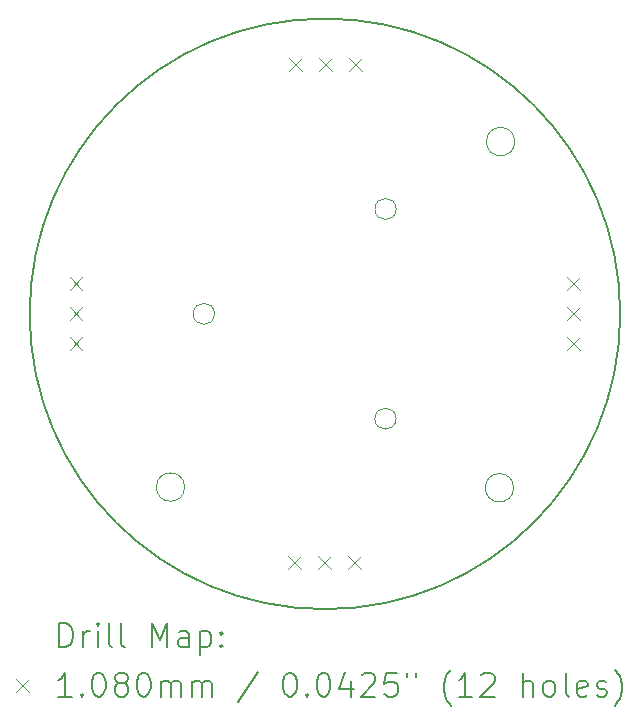
<source format=gbr>
%TF.GenerationSoftware,KiCad,Pcbnew,8.0.4*%
%TF.CreationDate,2024-09-16T16:09:39+01:00*%
%TF.ProjectId,algoritmi_motor_buttons_kicad,616c676f-7269-4746-9d69-5f6d6f746f72,rev?*%
%TF.SameCoordinates,Original*%
%TF.FileFunction,Drillmap*%
%TF.FilePolarity,Positive*%
%FSLAX45Y45*%
G04 Gerber Fmt 4.5, Leading zero omitted, Abs format (unit mm)*
G04 Created by KiCad (PCBNEW 8.0.4) date 2024-09-16 16:09:39*
%MOMM*%
%LPD*%
G01*
G04 APERTURE LIST*
%ADD10C,0.180000*%
%ADD11C,0.090000*%
%ADD12C,0.200000*%
%ADD13C,0.108000*%
G04 APERTURE END LIST*
D10*
X16787622Y-9073077D02*
G75*
G02*
X11787622Y-9073077I-2500000J0D01*
G01*
X11787622Y-9073077D02*
G75*
G02*
X16787622Y-9073077I2500000J0D01*
G01*
D11*
X13100000Y-10540000D02*
G75*
G02*
X12860000Y-10540000I-120000J0D01*
G01*
X12860000Y-10540000D02*
G75*
G02*
X13100000Y-10540000I120000J0D01*
G01*
X14890699Y-8185455D02*
G75*
G02*
X14710699Y-8185455I-90000J0D01*
G01*
X14710699Y-8185455D02*
G75*
G02*
X14890699Y-8185455I90000J0D01*
G01*
X15885000Y-10545000D02*
G75*
G02*
X15645000Y-10545000I-120000J0D01*
G01*
X15645000Y-10545000D02*
G75*
G02*
X15885000Y-10545000I120000J0D01*
G01*
X15895000Y-7615000D02*
G75*
G02*
X15655000Y-7615000I-120000J0D01*
G01*
X15655000Y-7615000D02*
G75*
G02*
X15895000Y-7615000I120000J0D01*
G01*
X13352622Y-9073077D02*
G75*
G02*
X13172622Y-9073077I-90000J0D01*
G01*
X13172622Y-9073077D02*
G75*
G02*
X13352622Y-9073077I90000J0D01*
G01*
X14890008Y-9960927D02*
G75*
G02*
X14710008Y-9960927I-90000J0D01*
G01*
X14710008Y-9960927D02*
G75*
G02*
X14890008Y-9960927I90000J0D01*
G01*
D12*
D13*
X12126000Y-8762000D02*
X12234000Y-8870000D01*
X12234000Y-8762000D02*
X12126000Y-8870000D01*
X12126000Y-9016000D02*
X12234000Y-9124000D01*
X12234000Y-9016000D02*
X12126000Y-9124000D01*
X12126000Y-9270000D02*
X12234000Y-9378000D01*
X12234000Y-9270000D02*
X12126000Y-9378000D01*
X13977000Y-11126000D02*
X14085000Y-11234000D01*
X14085000Y-11126000D02*
X13977000Y-11234000D01*
X13982000Y-6911000D02*
X14090000Y-7019000D01*
X14090000Y-6911000D02*
X13982000Y-7019000D01*
X14231000Y-11126000D02*
X14339000Y-11234000D01*
X14339000Y-11126000D02*
X14231000Y-11234000D01*
X14236000Y-6911000D02*
X14344000Y-7019000D01*
X14344000Y-6911000D02*
X14236000Y-7019000D01*
X14485000Y-11126000D02*
X14593000Y-11234000D01*
X14593000Y-11126000D02*
X14485000Y-11234000D01*
X14490000Y-6911000D02*
X14598000Y-7019000D01*
X14598000Y-6911000D02*
X14490000Y-7019000D01*
X16341000Y-8762000D02*
X16449000Y-8870000D01*
X16449000Y-8762000D02*
X16341000Y-8870000D01*
X16341000Y-9016000D02*
X16449000Y-9124000D01*
X16449000Y-9016000D02*
X16341000Y-9124000D01*
X16341000Y-9270000D02*
X16449000Y-9378000D01*
X16449000Y-9270000D02*
X16341000Y-9378000D01*
D12*
X12039398Y-11893561D02*
X12039398Y-11693561D01*
X12039398Y-11693561D02*
X12087017Y-11693561D01*
X12087017Y-11693561D02*
X12115589Y-11703085D01*
X12115589Y-11703085D02*
X12134637Y-11722132D01*
X12134637Y-11722132D02*
X12144160Y-11741180D01*
X12144160Y-11741180D02*
X12153684Y-11779275D01*
X12153684Y-11779275D02*
X12153684Y-11807847D01*
X12153684Y-11807847D02*
X12144160Y-11845942D01*
X12144160Y-11845942D02*
X12134637Y-11864989D01*
X12134637Y-11864989D02*
X12115589Y-11884037D01*
X12115589Y-11884037D02*
X12087017Y-11893561D01*
X12087017Y-11893561D02*
X12039398Y-11893561D01*
X12239398Y-11893561D02*
X12239398Y-11760228D01*
X12239398Y-11798323D02*
X12248922Y-11779275D01*
X12248922Y-11779275D02*
X12258446Y-11769751D01*
X12258446Y-11769751D02*
X12277494Y-11760228D01*
X12277494Y-11760228D02*
X12296541Y-11760228D01*
X12363208Y-11893561D02*
X12363208Y-11760228D01*
X12363208Y-11693561D02*
X12353684Y-11703085D01*
X12353684Y-11703085D02*
X12363208Y-11712609D01*
X12363208Y-11712609D02*
X12372732Y-11703085D01*
X12372732Y-11703085D02*
X12363208Y-11693561D01*
X12363208Y-11693561D02*
X12363208Y-11712609D01*
X12487017Y-11893561D02*
X12467970Y-11884037D01*
X12467970Y-11884037D02*
X12458446Y-11864989D01*
X12458446Y-11864989D02*
X12458446Y-11693561D01*
X12591779Y-11893561D02*
X12572732Y-11884037D01*
X12572732Y-11884037D02*
X12563208Y-11864989D01*
X12563208Y-11864989D02*
X12563208Y-11693561D01*
X12820351Y-11893561D02*
X12820351Y-11693561D01*
X12820351Y-11693561D02*
X12887018Y-11836418D01*
X12887018Y-11836418D02*
X12953684Y-11693561D01*
X12953684Y-11693561D02*
X12953684Y-11893561D01*
X13134637Y-11893561D02*
X13134637Y-11788799D01*
X13134637Y-11788799D02*
X13125113Y-11769751D01*
X13125113Y-11769751D02*
X13106065Y-11760228D01*
X13106065Y-11760228D02*
X13067970Y-11760228D01*
X13067970Y-11760228D02*
X13048922Y-11769751D01*
X13134637Y-11884037D02*
X13115589Y-11893561D01*
X13115589Y-11893561D02*
X13067970Y-11893561D01*
X13067970Y-11893561D02*
X13048922Y-11884037D01*
X13048922Y-11884037D02*
X13039398Y-11864989D01*
X13039398Y-11864989D02*
X13039398Y-11845942D01*
X13039398Y-11845942D02*
X13048922Y-11826894D01*
X13048922Y-11826894D02*
X13067970Y-11817370D01*
X13067970Y-11817370D02*
X13115589Y-11817370D01*
X13115589Y-11817370D02*
X13134637Y-11807847D01*
X13229875Y-11760228D02*
X13229875Y-11960228D01*
X13229875Y-11769751D02*
X13248922Y-11760228D01*
X13248922Y-11760228D02*
X13287018Y-11760228D01*
X13287018Y-11760228D02*
X13306065Y-11769751D01*
X13306065Y-11769751D02*
X13315589Y-11779275D01*
X13315589Y-11779275D02*
X13325113Y-11798323D01*
X13325113Y-11798323D02*
X13325113Y-11855466D01*
X13325113Y-11855466D02*
X13315589Y-11874513D01*
X13315589Y-11874513D02*
X13306065Y-11884037D01*
X13306065Y-11884037D02*
X13287018Y-11893561D01*
X13287018Y-11893561D02*
X13248922Y-11893561D01*
X13248922Y-11893561D02*
X13229875Y-11884037D01*
X13410827Y-11874513D02*
X13420351Y-11884037D01*
X13420351Y-11884037D02*
X13410827Y-11893561D01*
X13410827Y-11893561D02*
X13401303Y-11884037D01*
X13401303Y-11884037D02*
X13410827Y-11874513D01*
X13410827Y-11874513D02*
X13410827Y-11893561D01*
X13410827Y-11769751D02*
X13420351Y-11779275D01*
X13420351Y-11779275D02*
X13410827Y-11788799D01*
X13410827Y-11788799D02*
X13401303Y-11779275D01*
X13401303Y-11779275D02*
X13410827Y-11769751D01*
X13410827Y-11769751D02*
X13410827Y-11788799D01*
D13*
X11670622Y-12168077D02*
X11778622Y-12276077D01*
X11778622Y-12168077D02*
X11670622Y-12276077D01*
D12*
X12144160Y-12313561D02*
X12029875Y-12313561D01*
X12087017Y-12313561D02*
X12087017Y-12113561D01*
X12087017Y-12113561D02*
X12067970Y-12142132D01*
X12067970Y-12142132D02*
X12048922Y-12161180D01*
X12048922Y-12161180D02*
X12029875Y-12170704D01*
X12229875Y-12294513D02*
X12239398Y-12304037D01*
X12239398Y-12304037D02*
X12229875Y-12313561D01*
X12229875Y-12313561D02*
X12220351Y-12304037D01*
X12220351Y-12304037D02*
X12229875Y-12294513D01*
X12229875Y-12294513D02*
X12229875Y-12313561D01*
X12363208Y-12113561D02*
X12382256Y-12113561D01*
X12382256Y-12113561D02*
X12401303Y-12123085D01*
X12401303Y-12123085D02*
X12410827Y-12132609D01*
X12410827Y-12132609D02*
X12420351Y-12151656D01*
X12420351Y-12151656D02*
X12429875Y-12189751D01*
X12429875Y-12189751D02*
X12429875Y-12237370D01*
X12429875Y-12237370D02*
X12420351Y-12275466D01*
X12420351Y-12275466D02*
X12410827Y-12294513D01*
X12410827Y-12294513D02*
X12401303Y-12304037D01*
X12401303Y-12304037D02*
X12382256Y-12313561D01*
X12382256Y-12313561D02*
X12363208Y-12313561D01*
X12363208Y-12313561D02*
X12344160Y-12304037D01*
X12344160Y-12304037D02*
X12334637Y-12294513D01*
X12334637Y-12294513D02*
X12325113Y-12275466D01*
X12325113Y-12275466D02*
X12315589Y-12237370D01*
X12315589Y-12237370D02*
X12315589Y-12189751D01*
X12315589Y-12189751D02*
X12325113Y-12151656D01*
X12325113Y-12151656D02*
X12334637Y-12132609D01*
X12334637Y-12132609D02*
X12344160Y-12123085D01*
X12344160Y-12123085D02*
X12363208Y-12113561D01*
X12544160Y-12199275D02*
X12525113Y-12189751D01*
X12525113Y-12189751D02*
X12515589Y-12180228D01*
X12515589Y-12180228D02*
X12506065Y-12161180D01*
X12506065Y-12161180D02*
X12506065Y-12151656D01*
X12506065Y-12151656D02*
X12515589Y-12132609D01*
X12515589Y-12132609D02*
X12525113Y-12123085D01*
X12525113Y-12123085D02*
X12544160Y-12113561D01*
X12544160Y-12113561D02*
X12582256Y-12113561D01*
X12582256Y-12113561D02*
X12601303Y-12123085D01*
X12601303Y-12123085D02*
X12610827Y-12132609D01*
X12610827Y-12132609D02*
X12620351Y-12151656D01*
X12620351Y-12151656D02*
X12620351Y-12161180D01*
X12620351Y-12161180D02*
X12610827Y-12180228D01*
X12610827Y-12180228D02*
X12601303Y-12189751D01*
X12601303Y-12189751D02*
X12582256Y-12199275D01*
X12582256Y-12199275D02*
X12544160Y-12199275D01*
X12544160Y-12199275D02*
X12525113Y-12208799D01*
X12525113Y-12208799D02*
X12515589Y-12218323D01*
X12515589Y-12218323D02*
X12506065Y-12237370D01*
X12506065Y-12237370D02*
X12506065Y-12275466D01*
X12506065Y-12275466D02*
X12515589Y-12294513D01*
X12515589Y-12294513D02*
X12525113Y-12304037D01*
X12525113Y-12304037D02*
X12544160Y-12313561D01*
X12544160Y-12313561D02*
X12582256Y-12313561D01*
X12582256Y-12313561D02*
X12601303Y-12304037D01*
X12601303Y-12304037D02*
X12610827Y-12294513D01*
X12610827Y-12294513D02*
X12620351Y-12275466D01*
X12620351Y-12275466D02*
X12620351Y-12237370D01*
X12620351Y-12237370D02*
X12610827Y-12218323D01*
X12610827Y-12218323D02*
X12601303Y-12208799D01*
X12601303Y-12208799D02*
X12582256Y-12199275D01*
X12744160Y-12113561D02*
X12763208Y-12113561D01*
X12763208Y-12113561D02*
X12782256Y-12123085D01*
X12782256Y-12123085D02*
X12791779Y-12132609D01*
X12791779Y-12132609D02*
X12801303Y-12151656D01*
X12801303Y-12151656D02*
X12810827Y-12189751D01*
X12810827Y-12189751D02*
X12810827Y-12237370D01*
X12810827Y-12237370D02*
X12801303Y-12275466D01*
X12801303Y-12275466D02*
X12791779Y-12294513D01*
X12791779Y-12294513D02*
X12782256Y-12304037D01*
X12782256Y-12304037D02*
X12763208Y-12313561D01*
X12763208Y-12313561D02*
X12744160Y-12313561D01*
X12744160Y-12313561D02*
X12725113Y-12304037D01*
X12725113Y-12304037D02*
X12715589Y-12294513D01*
X12715589Y-12294513D02*
X12706065Y-12275466D01*
X12706065Y-12275466D02*
X12696541Y-12237370D01*
X12696541Y-12237370D02*
X12696541Y-12189751D01*
X12696541Y-12189751D02*
X12706065Y-12151656D01*
X12706065Y-12151656D02*
X12715589Y-12132609D01*
X12715589Y-12132609D02*
X12725113Y-12123085D01*
X12725113Y-12123085D02*
X12744160Y-12113561D01*
X12896541Y-12313561D02*
X12896541Y-12180228D01*
X12896541Y-12199275D02*
X12906065Y-12189751D01*
X12906065Y-12189751D02*
X12925113Y-12180228D01*
X12925113Y-12180228D02*
X12953684Y-12180228D01*
X12953684Y-12180228D02*
X12972732Y-12189751D01*
X12972732Y-12189751D02*
X12982256Y-12208799D01*
X12982256Y-12208799D02*
X12982256Y-12313561D01*
X12982256Y-12208799D02*
X12991779Y-12189751D01*
X12991779Y-12189751D02*
X13010827Y-12180228D01*
X13010827Y-12180228D02*
X13039398Y-12180228D01*
X13039398Y-12180228D02*
X13058446Y-12189751D01*
X13058446Y-12189751D02*
X13067970Y-12208799D01*
X13067970Y-12208799D02*
X13067970Y-12313561D01*
X13163208Y-12313561D02*
X13163208Y-12180228D01*
X13163208Y-12199275D02*
X13172732Y-12189751D01*
X13172732Y-12189751D02*
X13191779Y-12180228D01*
X13191779Y-12180228D02*
X13220351Y-12180228D01*
X13220351Y-12180228D02*
X13239399Y-12189751D01*
X13239399Y-12189751D02*
X13248922Y-12208799D01*
X13248922Y-12208799D02*
X13248922Y-12313561D01*
X13248922Y-12208799D02*
X13258446Y-12189751D01*
X13258446Y-12189751D02*
X13277494Y-12180228D01*
X13277494Y-12180228D02*
X13306065Y-12180228D01*
X13306065Y-12180228D02*
X13325113Y-12189751D01*
X13325113Y-12189751D02*
X13334637Y-12208799D01*
X13334637Y-12208799D02*
X13334637Y-12313561D01*
X13725113Y-12104037D02*
X13553684Y-12361180D01*
X13982256Y-12113561D02*
X14001303Y-12113561D01*
X14001303Y-12113561D02*
X14020351Y-12123085D01*
X14020351Y-12123085D02*
X14029875Y-12132609D01*
X14029875Y-12132609D02*
X14039399Y-12151656D01*
X14039399Y-12151656D02*
X14048922Y-12189751D01*
X14048922Y-12189751D02*
X14048922Y-12237370D01*
X14048922Y-12237370D02*
X14039399Y-12275466D01*
X14039399Y-12275466D02*
X14029875Y-12294513D01*
X14029875Y-12294513D02*
X14020351Y-12304037D01*
X14020351Y-12304037D02*
X14001303Y-12313561D01*
X14001303Y-12313561D02*
X13982256Y-12313561D01*
X13982256Y-12313561D02*
X13963208Y-12304037D01*
X13963208Y-12304037D02*
X13953684Y-12294513D01*
X13953684Y-12294513D02*
X13944161Y-12275466D01*
X13944161Y-12275466D02*
X13934637Y-12237370D01*
X13934637Y-12237370D02*
X13934637Y-12189751D01*
X13934637Y-12189751D02*
X13944161Y-12151656D01*
X13944161Y-12151656D02*
X13953684Y-12132609D01*
X13953684Y-12132609D02*
X13963208Y-12123085D01*
X13963208Y-12123085D02*
X13982256Y-12113561D01*
X14134637Y-12294513D02*
X14144161Y-12304037D01*
X14144161Y-12304037D02*
X14134637Y-12313561D01*
X14134637Y-12313561D02*
X14125113Y-12304037D01*
X14125113Y-12304037D02*
X14134637Y-12294513D01*
X14134637Y-12294513D02*
X14134637Y-12313561D01*
X14267970Y-12113561D02*
X14287018Y-12113561D01*
X14287018Y-12113561D02*
X14306065Y-12123085D01*
X14306065Y-12123085D02*
X14315589Y-12132609D01*
X14315589Y-12132609D02*
X14325113Y-12151656D01*
X14325113Y-12151656D02*
X14334637Y-12189751D01*
X14334637Y-12189751D02*
X14334637Y-12237370D01*
X14334637Y-12237370D02*
X14325113Y-12275466D01*
X14325113Y-12275466D02*
X14315589Y-12294513D01*
X14315589Y-12294513D02*
X14306065Y-12304037D01*
X14306065Y-12304037D02*
X14287018Y-12313561D01*
X14287018Y-12313561D02*
X14267970Y-12313561D01*
X14267970Y-12313561D02*
X14248922Y-12304037D01*
X14248922Y-12304037D02*
X14239399Y-12294513D01*
X14239399Y-12294513D02*
X14229875Y-12275466D01*
X14229875Y-12275466D02*
X14220351Y-12237370D01*
X14220351Y-12237370D02*
X14220351Y-12189751D01*
X14220351Y-12189751D02*
X14229875Y-12151656D01*
X14229875Y-12151656D02*
X14239399Y-12132609D01*
X14239399Y-12132609D02*
X14248922Y-12123085D01*
X14248922Y-12123085D02*
X14267970Y-12113561D01*
X14506065Y-12180228D02*
X14506065Y-12313561D01*
X14458446Y-12104037D02*
X14410827Y-12246894D01*
X14410827Y-12246894D02*
X14534637Y-12246894D01*
X14601303Y-12132609D02*
X14610827Y-12123085D01*
X14610827Y-12123085D02*
X14629875Y-12113561D01*
X14629875Y-12113561D02*
X14677494Y-12113561D01*
X14677494Y-12113561D02*
X14696542Y-12123085D01*
X14696542Y-12123085D02*
X14706065Y-12132609D01*
X14706065Y-12132609D02*
X14715589Y-12151656D01*
X14715589Y-12151656D02*
X14715589Y-12170704D01*
X14715589Y-12170704D02*
X14706065Y-12199275D01*
X14706065Y-12199275D02*
X14591780Y-12313561D01*
X14591780Y-12313561D02*
X14715589Y-12313561D01*
X14896542Y-12113561D02*
X14801303Y-12113561D01*
X14801303Y-12113561D02*
X14791780Y-12208799D01*
X14791780Y-12208799D02*
X14801303Y-12199275D01*
X14801303Y-12199275D02*
X14820351Y-12189751D01*
X14820351Y-12189751D02*
X14867970Y-12189751D01*
X14867970Y-12189751D02*
X14887018Y-12199275D01*
X14887018Y-12199275D02*
X14896542Y-12208799D01*
X14896542Y-12208799D02*
X14906065Y-12227847D01*
X14906065Y-12227847D02*
X14906065Y-12275466D01*
X14906065Y-12275466D02*
X14896542Y-12294513D01*
X14896542Y-12294513D02*
X14887018Y-12304037D01*
X14887018Y-12304037D02*
X14867970Y-12313561D01*
X14867970Y-12313561D02*
X14820351Y-12313561D01*
X14820351Y-12313561D02*
X14801303Y-12304037D01*
X14801303Y-12304037D02*
X14791780Y-12294513D01*
X14982256Y-12113561D02*
X14982256Y-12151656D01*
X15058446Y-12113561D02*
X15058446Y-12151656D01*
X15353685Y-12389751D02*
X15344161Y-12380228D01*
X15344161Y-12380228D02*
X15325113Y-12351656D01*
X15325113Y-12351656D02*
X15315589Y-12332609D01*
X15315589Y-12332609D02*
X15306065Y-12304037D01*
X15306065Y-12304037D02*
X15296542Y-12256418D01*
X15296542Y-12256418D02*
X15296542Y-12218323D01*
X15296542Y-12218323D02*
X15306065Y-12170704D01*
X15306065Y-12170704D02*
X15315589Y-12142132D01*
X15315589Y-12142132D02*
X15325113Y-12123085D01*
X15325113Y-12123085D02*
X15344161Y-12094513D01*
X15344161Y-12094513D02*
X15353685Y-12084989D01*
X15534637Y-12313561D02*
X15420351Y-12313561D01*
X15477494Y-12313561D02*
X15477494Y-12113561D01*
X15477494Y-12113561D02*
X15458446Y-12142132D01*
X15458446Y-12142132D02*
X15439399Y-12161180D01*
X15439399Y-12161180D02*
X15420351Y-12170704D01*
X15610827Y-12132609D02*
X15620351Y-12123085D01*
X15620351Y-12123085D02*
X15639399Y-12113561D01*
X15639399Y-12113561D02*
X15687018Y-12113561D01*
X15687018Y-12113561D02*
X15706065Y-12123085D01*
X15706065Y-12123085D02*
X15715589Y-12132609D01*
X15715589Y-12132609D02*
X15725113Y-12151656D01*
X15725113Y-12151656D02*
X15725113Y-12170704D01*
X15725113Y-12170704D02*
X15715589Y-12199275D01*
X15715589Y-12199275D02*
X15601304Y-12313561D01*
X15601304Y-12313561D02*
X15725113Y-12313561D01*
X15963208Y-12313561D02*
X15963208Y-12113561D01*
X16048923Y-12313561D02*
X16048923Y-12208799D01*
X16048923Y-12208799D02*
X16039399Y-12189751D01*
X16039399Y-12189751D02*
X16020351Y-12180228D01*
X16020351Y-12180228D02*
X15991780Y-12180228D01*
X15991780Y-12180228D02*
X15972732Y-12189751D01*
X15972732Y-12189751D02*
X15963208Y-12199275D01*
X16172732Y-12313561D02*
X16153685Y-12304037D01*
X16153685Y-12304037D02*
X16144161Y-12294513D01*
X16144161Y-12294513D02*
X16134637Y-12275466D01*
X16134637Y-12275466D02*
X16134637Y-12218323D01*
X16134637Y-12218323D02*
X16144161Y-12199275D01*
X16144161Y-12199275D02*
X16153685Y-12189751D01*
X16153685Y-12189751D02*
X16172732Y-12180228D01*
X16172732Y-12180228D02*
X16201304Y-12180228D01*
X16201304Y-12180228D02*
X16220351Y-12189751D01*
X16220351Y-12189751D02*
X16229875Y-12199275D01*
X16229875Y-12199275D02*
X16239399Y-12218323D01*
X16239399Y-12218323D02*
X16239399Y-12275466D01*
X16239399Y-12275466D02*
X16229875Y-12294513D01*
X16229875Y-12294513D02*
X16220351Y-12304037D01*
X16220351Y-12304037D02*
X16201304Y-12313561D01*
X16201304Y-12313561D02*
X16172732Y-12313561D01*
X16353685Y-12313561D02*
X16334637Y-12304037D01*
X16334637Y-12304037D02*
X16325113Y-12284989D01*
X16325113Y-12284989D02*
X16325113Y-12113561D01*
X16506066Y-12304037D02*
X16487018Y-12313561D01*
X16487018Y-12313561D02*
X16448923Y-12313561D01*
X16448923Y-12313561D02*
X16429875Y-12304037D01*
X16429875Y-12304037D02*
X16420351Y-12284989D01*
X16420351Y-12284989D02*
X16420351Y-12208799D01*
X16420351Y-12208799D02*
X16429875Y-12189751D01*
X16429875Y-12189751D02*
X16448923Y-12180228D01*
X16448923Y-12180228D02*
X16487018Y-12180228D01*
X16487018Y-12180228D02*
X16506066Y-12189751D01*
X16506066Y-12189751D02*
X16515589Y-12208799D01*
X16515589Y-12208799D02*
X16515589Y-12227847D01*
X16515589Y-12227847D02*
X16420351Y-12246894D01*
X16591780Y-12304037D02*
X16610827Y-12313561D01*
X16610827Y-12313561D02*
X16648923Y-12313561D01*
X16648923Y-12313561D02*
X16667970Y-12304037D01*
X16667970Y-12304037D02*
X16677494Y-12284989D01*
X16677494Y-12284989D02*
X16677494Y-12275466D01*
X16677494Y-12275466D02*
X16667970Y-12256418D01*
X16667970Y-12256418D02*
X16648923Y-12246894D01*
X16648923Y-12246894D02*
X16620351Y-12246894D01*
X16620351Y-12246894D02*
X16601304Y-12237370D01*
X16601304Y-12237370D02*
X16591780Y-12218323D01*
X16591780Y-12218323D02*
X16591780Y-12208799D01*
X16591780Y-12208799D02*
X16601304Y-12189751D01*
X16601304Y-12189751D02*
X16620351Y-12180228D01*
X16620351Y-12180228D02*
X16648923Y-12180228D01*
X16648923Y-12180228D02*
X16667970Y-12189751D01*
X16744161Y-12389751D02*
X16753685Y-12380228D01*
X16753685Y-12380228D02*
X16772732Y-12351656D01*
X16772732Y-12351656D02*
X16782256Y-12332609D01*
X16782256Y-12332609D02*
X16791780Y-12304037D01*
X16791780Y-12304037D02*
X16801304Y-12256418D01*
X16801304Y-12256418D02*
X16801304Y-12218323D01*
X16801304Y-12218323D02*
X16791780Y-12170704D01*
X16791780Y-12170704D02*
X16782256Y-12142132D01*
X16782256Y-12142132D02*
X16772732Y-12123085D01*
X16772732Y-12123085D02*
X16753685Y-12094513D01*
X16753685Y-12094513D02*
X16744161Y-12084989D01*
M02*

</source>
